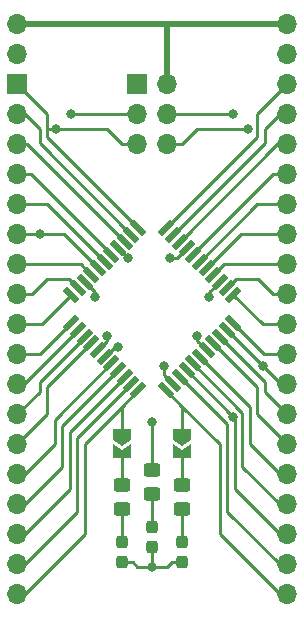
<source format=gbr>
G04 #@! TF.GenerationSoftware,KiCad,Pcbnew,(5.99.0-8453-g50e22de3ba)*
G04 #@! TF.CreationDate,2021-01-21T16:08:03-08:00*
G04 #@! TF.ProjectId,ATF1502AS-EVB,41544631-3530-4324-9153-2d4556422e6b,rev?*
G04 #@! TF.SameCoordinates,Original*
G04 #@! TF.FileFunction,Copper,L1,Top*
G04 #@! TF.FilePolarity,Positive*
%FSLAX46Y46*%
G04 Gerber Fmt 4.6, Leading zero omitted, Abs format (unit mm)*
G04 Created by KiCad (PCBNEW (5.99.0-8453-g50e22de3ba)) date 2021-01-21 16:08:03*
%MOMM*%
%LPD*%
G01*
G04 APERTURE LIST*
G04 Aperture macros list*
%AMRoundRect*
0 Rectangle with rounded corners*
0 $1 Rounding radius*
0 $2 $3 $4 $5 $6 $7 $8 $9 X,Y pos of 4 corners*
0 Add a 4 corners polygon primitive as box body*
4,1,4,$2,$3,$4,$5,$6,$7,$8,$9,$2,$3,0*
0 Add four circle primitives for the rounded corners*
1,1,$1+$1,$2,$3*
1,1,$1+$1,$4,$5*
1,1,$1+$1,$6,$7*
1,1,$1+$1,$8,$9*
0 Add four rect primitives between the rounded corners*
20,1,$1+$1,$2,$3,$4,$5,0*
20,1,$1+$1,$4,$5,$6,$7,0*
20,1,$1+$1,$6,$7,$8,$9,0*
20,1,$1+$1,$8,$9,$2,$3,0*%
%AMRotRect*
0 Rectangle, with rotation*
0 The origin of the aperture is its center*
0 $1 length*
0 $2 width*
0 $3 Rotation angle, in degrees counterclockwise*
0 Add horizontal line*
21,1,$1,$2,0,0,$3*%
G04 Aperture macros list end*
G04 #@! TA.AperFunction,ComponentPad*
%ADD10O,1.700000X1.700000*%
G04 #@! TD*
G04 #@! TA.AperFunction,ComponentPad*
%ADD11R,1.700000X1.700000*%
G04 #@! TD*
G04 #@! TA.AperFunction,SMDPad,CuDef*
%ADD12RoundRect,0.250000X-0.450000X0.325000X-0.450000X-0.325000X0.450000X-0.325000X0.450000X0.325000X0*%
G04 #@! TD*
G04 #@! TA.AperFunction,SMDPad,CuDef*
%ADD13RoundRect,0.237500X0.237500X-0.287500X0.237500X0.287500X-0.237500X0.287500X-0.237500X-0.287500X0*%
G04 #@! TD*
G04 #@! TA.AperFunction,SMDPad,CuDef*
%ADD14RotRect,1.500000X0.550000X45.000000*%
G04 #@! TD*
G04 #@! TA.AperFunction,SMDPad,CuDef*
%ADD15RotRect,1.500000X0.550000X315.000000*%
G04 #@! TD*
G04 #@! TA.AperFunction,ViaPad*
%ADD16C,0.800000*%
G04 #@! TD*
G04 #@! TA.AperFunction,Conductor*
%ADD17C,0.250000*%
G04 #@! TD*
G04 #@! TA.AperFunction,Conductor*
%ADD18C,0.500000*%
G04 #@! TD*
G04 APERTURE END LIST*
D10*
X73660000Y-99060000D03*
X73660000Y-96520000D03*
X73660000Y-93980000D03*
X73660000Y-91440000D03*
X73660000Y-88900000D03*
X73660000Y-86360000D03*
X73660000Y-83820000D03*
X73660000Y-81280000D03*
X73660000Y-78740000D03*
X73660000Y-76200000D03*
X73660000Y-73660000D03*
X73660000Y-71120000D03*
X73660000Y-68580000D03*
X73660000Y-66040000D03*
X73660000Y-63500000D03*
X73660000Y-60960000D03*
X73660000Y-58420000D03*
X73660000Y-55880000D03*
X73660000Y-53340000D03*
X73660000Y-50800000D03*
X50800000Y-50800000D03*
X50800000Y-53340000D03*
D11*
X50800000Y-55880000D03*
D10*
X50800000Y-58420000D03*
X50800000Y-60960000D03*
X50800000Y-63500000D03*
X50800000Y-66040000D03*
X50800000Y-68580000D03*
X50800000Y-71120000D03*
X50800000Y-73660000D03*
X50800000Y-76200000D03*
X50800000Y-78740000D03*
X50800000Y-81280000D03*
X50800000Y-83820000D03*
X50800000Y-86360000D03*
X50800000Y-88900000D03*
X50800000Y-91440000D03*
X50800000Y-93980000D03*
X50800000Y-96520000D03*
X50800000Y-99060000D03*
G04 #@! TA.AperFunction,SMDPad,CuDef*
G36*
X64770000Y-86545000D02*
G01*
X64020000Y-86045000D01*
X64020000Y-85045000D01*
X65520000Y-85045000D01*
X65520000Y-86045000D01*
X64770000Y-86545000D01*
G37*
G04 #@! TD.AperFunction*
G04 #@! TA.AperFunction,SMDPad,CuDef*
G36*
X64020000Y-87495000D02*
G01*
X64020000Y-86345000D01*
X64770000Y-86845000D01*
X65520000Y-86345000D01*
X65520000Y-87495000D01*
X64020000Y-87495000D01*
G37*
G04 #@! TD.AperFunction*
G04 #@! TA.AperFunction,SMDPad,CuDef*
G36*
X59690000Y-86545000D02*
G01*
X58940000Y-86045000D01*
X58940000Y-85045000D01*
X60440000Y-85045000D01*
X60440000Y-86045000D01*
X59690000Y-86545000D01*
G37*
G04 #@! TD.AperFunction*
G04 #@! TA.AperFunction,SMDPad,CuDef*
G36*
X58940000Y-87495000D02*
G01*
X58940000Y-86345000D01*
X59690000Y-86845000D01*
X60440000Y-86345000D01*
X60440000Y-87495000D01*
X58940000Y-87495000D01*
G37*
G04 #@! TD.AperFunction*
D12*
X64770000Y-91830000D03*
X64770000Y-89780000D03*
X62230000Y-90560000D03*
X62230000Y-88510000D03*
X59690000Y-91830000D03*
X59690000Y-89780000D03*
D13*
X64770000Y-94620000D03*
X64770000Y-96370000D03*
X62230000Y-93350000D03*
X62230000Y-95100000D03*
X59690000Y-94620000D03*
X59690000Y-96370000D03*
D14*
X63432082Y-68071064D03*
X63997767Y-68636750D03*
X64563452Y-69202435D03*
X65129138Y-69768120D03*
X65694823Y-70333806D03*
X66260509Y-70899491D03*
X66826194Y-71465177D03*
X67391880Y-72030862D03*
X67957565Y-72596548D03*
X68523250Y-73162233D03*
X69088936Y-73727918D03*
D15*
X69088936Y-76132082D03*
X68523250Y-76697767D03*
X67957565Y-77263452D03*
X67391880Y-77829138D03*
X66826194Y-78394823D03*
X66260509Y-78960509D03*
X65694823Y-79526194D03*
X65129138Y-80091880D03*
X64563452Y-80657565D03*
X63997767Y-81223250D03*
X63432082Y-81788936D03*
D14*
X61027918Y-81788936D03*
X60462233Y-81223250D03*
X59896548Y-80657565D03*
X59330862Y-80091880D03*
X58765177Y-79526194D03*
X58199491Y-78960509D03*
X57633806Y-78394823D03*
X57068120Y-77829138D03*
X56502435Y-77263452D03*
X55936750Y-76697767D03*
X55371064Y-76132082D03*
D15*
X55371064Y-73727918D03*
X55936750Y-73162233D03*
X56502435Y-72596548D03*
X57068120Y-72030862D03*
X57633806Y-71465177D03*
X58199491Y-70899491D03*
X58765177Y-70333806D03*
X59330862Y-69768120D03*
X59896548Y-69202435D03*
X60462233Y-68636750D03*
X61027918Y-68071064D03*
D10*
X63500000Y-60960000D03*
X60960000Y-60960000D03*
X63500000Y-58420000D03*
X60960000Y-58420000D03*
X63500000Y-55880000D03*
D11*
X60960000Y-55880000D03*
D16*
X69088000Y-58420000D03*
X62230000Y-96765000D03*
X62230000Y-84455000D03*
X52705000Y-68580000D03*
X71628000Y-79756000D03*
X70358000Y-59690000D03*
X69099629Y-84062371D03*
X57404000Y-73914000D03*
X60198000Y-70612000D03*
X63754000Y-70612000D03*
X67056000Y-73914000D03*
X63246000Y-79756000D03*
X66040000Y-77216000D03*
X59365793Y-78097268D03*
X58420000Y-77216000D03*
X54102000Y-59690000D03*
X55372000Y-58420000D03*
D17*
X53340000Y-59690000D02*
X53340000Y-58420000D01*
X53340000Y-60383146D02*
X53340000Y-59690000D01*
X66040000Y-59690000D02*
X64770000Y-60960000D01*
X64770000Y-60960000D02*
X63500000Y-60960000D01*
X70358000Y-59690000D02*
X66040000Y-59690000D01*
X63500000Y-58420000D02*
X69088000Y-58420000D01*
D18*
X63500000Y-55880000D02*
X63500000Y-50800000D01*
D17*
X64770000Y-89780000D02*
X64770000Y-86995000D01*
X62230000Y-88510000D02*
X62230000Y-85970000D01*
X62230000Y-85970000D02*
X62230000Y-84455000D01*
X59690000Y-89780000D02*
X59690000Y-86995000D01*
X64770000Y-83185000D02*
X63432082Y-81788936D01*
X67945000Y-86301854D02*
X64770000Y-83185000D01*
X64770000Y-85545000D02*
X64770000Y-83185000D01*
X59690000Y-83185000D02*
X56515000Y-86301854D01*
X61027918Y-81788936D02*
X59690000Y-83185000D01*
X59690000Y-85545000D02*
X59690000Y-83185000D01*
X62230000Y-90170000D02*
X62230000Y-93350000D01*
X63895000Y-96370000D02*
X63500000Y-96765000D01*
X64770000Y-96370000D02*
X63895000Y-96370000D01*
X63500000Y-96765000D02*
X62230000Y-96765000D01*
X60565000Y-96370000D02*
X60960000Y-96765000D01*
X59690000Y-96370000D02*
X60565000Y-96370000D01*
X60960000Y-96765000D02*
X62230000Y-96765000D01*
X62230000Y-95100000D02*
X62230000Y-96765000D01*
X64770000Y-91440000D02*
X64770000Y-94620000D01*
X59690000Y-91440000D02*
X59690000Y-94620000D01*
X73660000Y-81280000D02*
X73152000Y-81280000D01*
X73152000Y-81280000D02*
X71628000Y-79756000D01*
X50800000Y-68580000D02*
X52705000Y-68580000D01*
X57633806Y-71465177D02*
X54748629Y-68580000D01*
X53270685Y-68580000D02*
X52705000Y-68580000D01*
X54748629Y-68580000D02*
X53270685Y-68580000D01*
X53340000Y-58420000D02*
X51649999Y-56729999D01*
X61027918Y-68071064D02*
X53340000Y-60383146D01*
X51649999Y-56729999D02*
X50800000Y-55880000D01*
X51435000Y-58420000D02*
X52705000Y-59690000D01*
X50800000Y-58420000D02*
X51435000Y-58420000D01*
X52705000Y-59690000D02*
X52705000Y-60879517D01*
X52705000Y-60879517D02*
X60462233Y-68636750D01*
X71120000Y-58420000D02*
X71120000Y-60383146D01*
X71120000Y-60383146D02*
X63432082Y-68071064D01*
X73660000Y-55880000D02*
X71120000Y-58420000D01*
X68523250Y-76697767D02*
X71581483Y-79756000D01*
X71581483Y-79756000D02*
X71628000Y-79756000D01*
X72457919Y-73660000D02*
X71187919Y-72390000D01*
X69295483Y-72390000D02*
X68523250Y-73162233D01*
X73660000Y-73660000D02*
X72457919Y-73660000D01*
X71187919Y-72390000D02*
X69295483Y-72390000D01*
X69099629Y-84062371D02*
X65129138Y-80091880D01*
X69215000Y-84177742D02*
X69099629Y-84062371D01*
X57404000Y-73498113D02*
X57404000Y-73914000D01*
X56502435Y-72596548D02*
X57404000Y-73498113D01*
X59354120Y-69768120D02*
X60198000Y-70612000D01*
X59330862Y-69768120D02*
X59354120Y-69768120D01*
X64285258Y-70612000D02*
X63754000Y-70612000D01*
X65129138Y-69768120D02*
X64285258Y-70612000D01*
X67056000Y-73498113D02*
X67056000Y-73914000D01*
X67957565Y-72596548D02*
X67056000Y-73498113D01*
X63246000Y-80321685D02*
X63246000Y-79756000D01*
X63246000Y-80471483D02*
X63246000Y-80321685D01*
X63997767Y-81223250D02*
X63246000Y-80471483D01*
X66040000Y-77608629D02*
X66040000Y-77216000D01*
X66826194Y-78394823D02*
X66040000Y-77608629D01*
X59062732Y-78097268D02*
X59365793Y-78097268D01*
X58199491Y-78960509D02*
X59062732Y-78097268D01*
X58420000Y-77608629D02*
X58420000Y-77216000D01*
X57633806Y-78394823D02*
X58420000Y-77608629D01*
D18*
X63500000Y-50800000D02*
X73660000Y-50800000D01*
X50800000Y-50800000D02*
X63500000Y-50800000D01*
D17*
X59896548Y-69202435D02*
X51654113Y-60960000D01*
X51654113Y-60960000D02*
X50800000Y-60960000D01*
X58765177Y-70333806D02*
X58765177Y-70263096D01*
X58765177Y-70263096D02*
X52002081Y-63500000D01*
X52002081Y-63500000D02*
X50800000Y-63500000D01*
X58199491Y-70899491D02*
X53340000Y-66040000D01*
X53340000Y-66040000D02*
X50800000Y-66040000D01*
X57068120Y-72030862D02*
X56157258Y-71120000D01*
X56157258Y-71120000D02*
X50800000Y-71120000D01*
X71755000Y-60879517D02*
X71755000Y-59690000D01*
X63997767Y-68636750D02*
X71755000Y-60879517D01*
X71755000Y-59690000D02*
X73025000Y-58420000D01*
X73025000Y-58420000D02*
X73660000Y-58420000D01*
X73660000Y-60960000D02*
X72805887Y-60960000D01*
X72805887Y-60960000D02*
X64563452Y-69202435D01*
X65694823Y-70333806D02*
X65694823Y-70263096D01*
X65694823Y-70263096D02*
X72457919Y-63500000D01*
X72457919Y-63500000D02*
X73660000Y-63500000D01*
X72390000Y-66040000D02*
X73660000Y-66040000D01*
X66260509Y-70899491D02*
X71120000Y-66040000D01*
X71120000Y-66040000D02*
X72390000Y-66040000D01*
X66826194Y-71465177D02*
X69711371Y-68580000D01*
X69711371Y-68580000D02*
X73660000Y-68580000D01*
X67391880Y-72030862D02*
X68302742Y-71120000D01*
X68302742Y-71120000D02*
X73660000Y-71120000D01*
X55164517Y-72390000D02*
X53340000Y-72390000D01*
X55936750Y-73162233D02*
X55164517Y-72390000D01*
X53340000Y-72390000D02*
X52070000Y-73660000D01*
X52070000Y-73660000D02*
X50800000Y-73660000D01*
X50800000Y-76200000D02*
X52898982Y-76200000D01*
X52898982Y-76200000D02*
X55371064Y-73727918D01*
X71561018Y-76200000D02*
X73660000Y-76200000D01*
X69088936Y-73727918D02*
X71561018Y-76200000D01*
X73660000Y-78740000D02*
X71696854Y-78740000D01*
X71696854Y-78740000D02*
X69088936Y-76132082D01*
X71755000Y-81915000D02*
X71755000Y-81060887D01*
X73660000Y-83820000D02*
X71755000Y-81915000D01*
X71755000Y-81060887D02*
X67957565Y-77263452D01*
X71120000Y-83820000D02*
X71120000Y-81557258D01*
X73660000Y-86360000D02*
X71120000Y-83820000D01*
X71120000Y-81557258D02*
X67391880Y-77829138D01*
X73025000Y-88900000D02*
X70485000Y-86360000D01*
X73660000Y-88900000D02*
X73025000Y-88900000D01*
X70485000Y-86360000D02*
X70485000Y-83185000D01*
X70485000Y-83185000D02*
X66260509Y-78960509D01*
X51435000Y-88900000D02*
X53975000Y-86360000D01*
X50800000Y-88900000D02*
X51435000Y-88900000D01*
X53975000Y-86360000D02*
X53975000Y-84316371D01*
X53975000Y-84316371D02*
X58765177Y-79526194D01*
X73025000Y-91440000D02*
X69850000Y-88265000D01*
X73660000Y-91440000D02*
X73025000Y-91440000D01*
X69850000Y-88265000D02*
X69850000Y-83681371D01*
X69850000Y-83681371D02*
X65694823Y-79526194D01*
X73025000Y-93980000D02*
X69215000Y-90170000D01*
X73660000Y-93980000D02*
X73025000Y-93980000D01*
X69215000Y-90170000D02*
X69215000Y-84177742D01*
X73025000Y-96520000D02*
X68580000Y-92075000D01*
X73660000Y-96520000D02*
X73025000Y-96520000D01*
X68580000Y-92075000D02*
X68580000Y-84674113D01*
X68580000Y-84674113D02*
X64563452Y-80657565D01*
X73025000Y-99060000D02*
X67945000Y-93980000D01*
X67945000Y-93980000D02*
X67945000Y-86301854D01*
X73660000Y-99060000D02*
X73025000Y-99060000D01*
X51435000Y-91440000D02*
X54610000Y-88265000D01*
X50800000Y-91440000D02*
X51435000Y-91440000D01*
X54610000Y-88265000D02*
X54610000Y-84812742D01*
X54610000Y-84812742D02*
X59330862Y-80091880D01*
X55245000Y-85309113D02*
X55245000Y-90170000D01*
X55245000Y-90170000D02*
X51435000Y-93980000D01*
X59896548Y-80657565D02*
X55245000Y-85309113D01*
X51435000Y-93980000D02*
X50800000Y-93980000D01*
X51435000Y-96520000D02*
X55880000Y-92075000D01*
X55880000Y-92075000D02*
X55880000Y-85805483D01*
X50800000Y-96520000D02*
X51435000Y-96520000D01*
X55880000Y-85805483D02*
X60462233Y-81223250D01*
X56515000Y-86301854D02*
X56515000Y-93980000D01*
X56515000Y-93980000D02*
X51435000Y-99060000D01*
X51435000Y-99060000D02*
X50800000Y-99060000D01*
X53340000Y-81557258D02*
X53340000Y-83820000D01*
X53340000Y-83820000D02*
X51649999Y-85510001D01*
X57068120Y-77829138D02*
X53340000Y-81557258D01*
X51649999Y-85510001D02*
X50800000Y-86360000D01*
X52705000Y-81915000D02*
X52705000Y-81060887D01*
X50800000Y-83820000D02*
X52705000Y-81915000D01*
X52705000Y-81060887D02*
X56502435Y-77263452D01*
X50800000Y-81280000D02*
X51354517Y-81280000D01*
X51354517Y-81280000D02*
X55936750Y-76697767D01*
X50800000Y-78740000D02*
X52763146Y-78740000D01*
X52763146Y-78740000D02*
X55371064Y-76132082D01*
X53340000Y-59690000D02*
X54102000Y-59690000D01*
X60960000Y-58420000D02*
X55372000Y-58420000D01*
X58420000Y-59690000D02*
X54102000Y-59690000D01*
X60960000Y-60960000D02*
X59690000Y-60960000D01*
X59690000Y-60960000D02*
X58420000Y-59690000D01*
M02*

</source>
